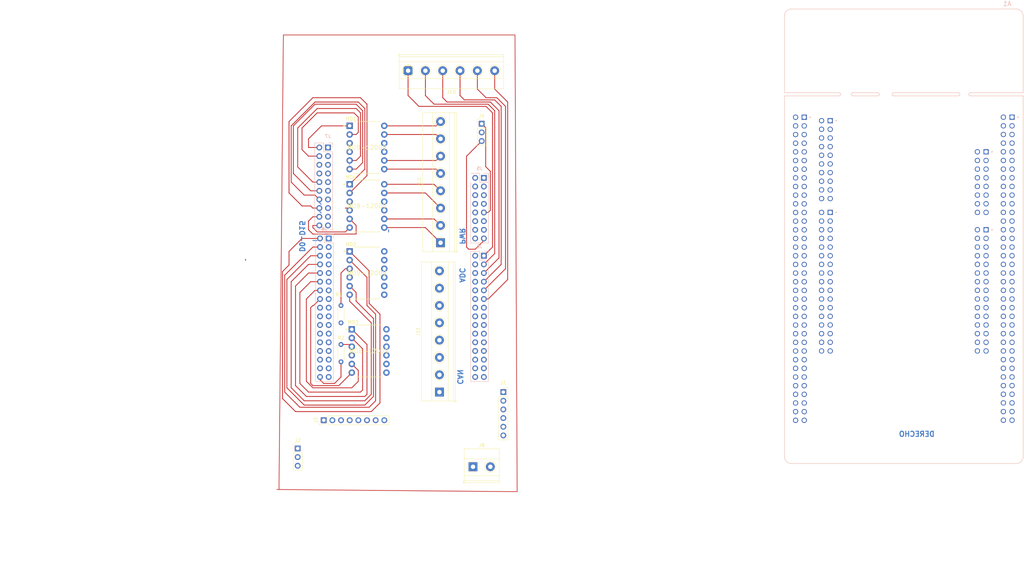
<source format=kicad_pcb>
(kicad_pcb (version 20211014) (generator pcbnew)
  (layers (0 "F.Cu" signal) (31 "B.Cu" signal) (34 "B.Paste" user) (35 "F.Paste" user) (36 "B.SilkS" user "B.Silkscreen") (37 "F.SilkS" user "F.Silkscreen") (38 "B.Mask" user) (39 "F.Mask" user) (44 "Edge.Cuts" user))
  (net 0 "")
  (net 1 "DI_13")
  (net 2 "DI_12")
  (net 3 "DI_15")
  (net 4 "DI_14")
  (net 5 "+3V3")
  (net 6 "GND")
  (net 7 "CAN_RD")
  (net 8 "CAN_TD")
  (net 9 "CAN_High")
  (net 10 "CAN_Low")
  (net 11 "+5V")
  (net 19 "Net-(A1-PadCN11_19)")
  (net 26 "AI_1")
  (net 27 "AI_2")
  (net 28 "AI_3")
  (net 29 "AI_4")
  (net 30 "AI_5")
  (net 31 "AI_6")
  (net 64 "DI_8")
  (net 65 "DI_9")
  (net 66 "DI_10")
  (net 67 "DI_11")
  (net 83 "SDA_2")
  (net 84 "SCL_2")
  (net 86 "Net-(J2-Pad2)")
  (net 87 "Net-(J4-Pad1)")
  (net 88 "Net-(J4-Pad3)")
  (net 91 "DI_0")
  (net 92 "DI_1")
  (net 93 "DI_2")
  (net 94 "DI_3")
  (net 95 "DI_4")
  (net 96 "DI_5")
  (net 97 "DI_6")
  (net 98 "DI_7")
  (net 99 "DI_Ext_8")
  (net 100 "DI_Ext_9")
  (net 101 "DI_Ext_10")
  (net 102 "DI_Ext_11")
  (net 103 "DI_Ext_12")
  (net 104 "DI_Ext_13")
  (net 105 "DI_Ext_14")
  (net 106 "DI_Ext_15")
  (net 107 "DI_Ext_0")
  (net 108 "DI_Ext_1")
  (net 109 "DI_Ext_2")
  (net 110 "DI_Ext_3")
  (net 111 "DI_Ext_4")
  (net 112 "DI_Ext_5")
  (net 113 "DI_Ext_6")
  (net 114 "DI_Ext_7")
  (net 115 "+12V")
  (footprint "TerminalBlock_Phoenix:TerminalBlock_Phoenix_MKDS-1,5-8-5.08_1x08_P5.08mm_Horizontal" (layer "F.Cu") (at 232.08 124.46 90)
    (fp_text reference "J11")
    (fp_text value "Screw_Terminal_01x08_GPIO_HV")
  )
  (footprint "Resistor_THT:R_Axial_DIN0204_L3.6mm_D1.6mm_P5.08mm_Horizontal" (layer "F.Cu") (at 203.2 99.06 -90)
    (fp_text reference "R1")
    (fp_text value "10k")
  )
  (footprint "TerminalBlock_Phoenix:TerminalBlock_Phoenix_MKDS-1,5-8-5.08_1x08_P5.08mm_Horizontal" (layer "F.Cu") (at 232.41 80.645 90)
    (fp_text reference "J12")
    (fp_text value "Screw_Terminal_01x08_GPIO_HV")
  )
  (footprint "Resistor_THT:R_Axial_DIN0204_L3.6mm_D1.6mm_P5.08mm_Horizontal" (layer "F.Cu") (at 203.2 110.49 -90)
    (fp_text reference "R2")
    (fp_text value "10k")
  )
  (footprint "TerminalBlock_Phoenix:TerminalBlock_Phoenix_MKDS-1,5-6-5.08_1x06_P5.08mm_Horizontal" (layer "F.Cu") (at 248.285 30.175 180)
    (fp_text reference "J10")
    (fp_text value "Screw_Terminal_01x06_ADC")
  )
  (footprint "Connector_PinSocket_2.54mm:PinSocket_1x06_P2.54mm_Vertical" (layer "F.Cu") (at 250.825 124.46)
    (fp_text reference "J1")
    (fp_text value "Conn_01x06_trans_can")
  )
  (footprint "eec:SparkFun-BOB-12009-MFG" (layer "F.Cu") (at 211.455 112.395)
    (fp_text reference "MD3")
    (fp_text value "BOB-12009")
  )
  (footprint "TerminalBlock_Phoenix:TerminalBlock_Phoenix_MKDS-1,5-2-5.08_1x02_P5.08mm_Horizontal" (layer "F.Cu") (at 241.93 146.355)
    (fp_text reference "J9")
    (fp_text value "Screw_Terminal_01x02_CAN")
  )
  (footprint "Connector_PinHeader_2.54mm:PinHeader_1x03_P2.54mm_Vertical" (layer "F.Cu") (at 244.475 45.735)
    (fp_text reference "J4")
    (fp_text value "Conn_01x03")
  )
  (footprint "eec:SparkFun-BOB-12009-MFG" (layer "F.Cu") (at 210.82 69.85)
    (fp_text reference "MD4")
    (fp_text value "BOB-12009")
  )
  (footprint "eec:SparkFun-BOB-12009-MFG" (layer "F.Cu") (at 210.82 52.705)
    (fp_text reference "MD1")
    (fp_text value "BOB-12009")
  )
  (footprint "Connector_PinHeader_2.54mm:PinHeader_1x03_P2.54mm_Vertical" (layer "F.Cu") (at 190.5 140.985)
    (fp_text reference "J2")
    (fp_text value "Conn_01x03")
  )
  (footprint "eec:SparkFun-BOB-12009-MFG" (layer "F.Cu") (at 210.82 89.535)
    (fp_text reference "MD2")
    (fp_text value "BOB-12009")
  )
  (footprint "Connector_PinHeader_2.54mm:PinHeader_1x08_P2.54mm_Vertical" (layer "F.Cu") (at 198.135 132.715 90)
    (fp_text reference "J3")
    (fp_text value "Conn_01x08_switchs")
  )
  (footprint "NUCLEO-F746ZG_arduino:MODULE_NUCLEO-F746ZG" (layer "B.Cu") (at 368.3 78.74 180)
    (fp_text reference "A1")
    (fp_text value "NUCLEO-F746ZG")
  )
  (footprint "Connector_PinSocket_2.54mm:PinSocket_2x08_P2.54mm_Vertical" (layer "B.Cu") (at 242.57 61.61 180)
    (fp_text reference "J5")
    (fp_text value "Conn_02x08_NUCLEO-PWR")
  )
  (footprint "Connector_PinSocket_2.54mm:PinSocket_2x10_P2.54mm_Vertical" (layer "B.Cu") (at 198.12 52.451 180)
    (fp_text reference "J7")
    (fp_text value "Conn_02x10_D8-D15")
  )
  (footprint "Connector_PinSocket_2.54mm:PinSocket_2x17_P2.54mm_Vertical" (layer "B.Cu") (at 196.215 79.375 180)
    (fp_text reference "J8")
    (fp_text value "Conn_02x17_I2C_D0-D7")
  )
  (footprint "Connector_PinSocket_2.54mm:PinSocket_2x15_P2.54mm_Vertical" (layer "B.Cu") (at 242.57 84.455 180)
    (fp_text reference "J6")
    (fp_text value "Conn_02x15_CAN_AN1_AN6")
  )
  (gr_poly (pts (xy 254.88099 153.67) (xy 184.39599 153.035) (xy 185.03099 153.035) (xy 185.03099 151.13) (xy 186.30099 19.685) (xy 254.24599 19.685)) (layer "F.Cu") (width 0.2) (fill none))
  (gr_text "D0-D15" (at 191.77 78.74 -90) (layer "B.Cu") (effects (font (size 1.5 1.5) (thickness 0.3)) (justify mirror)))
  (gr_text "DERECHO\n" (at 372.11 136.764) (layer "B.Cu") (effects (font (size 1.5 1.5) (thickness 0.3)) (justify mirror)))
  (gr_text "ADC\n" (at 238.76 90.17 -90) (layer "B.Cu") (effects (font (size 1.5 1.5) (thickness 0.3)) (justify mirror)))
  (gr_text "PWR\n" (at 238.76 78.74 -90) (layer "B.Cu") (effects (font (size 1.5 1.5) (thickness 0.3)) (justify mirror)))
  (gr_text "CAN" (at 238.125 120.015 -90) (layer "B.Cu") (effects (font (size 1.5 1.5) (thickness 0.3)) (justify mirror)))
  (segment (start 175.189511 85.725) (end 175.189511 85.515) (width 0.25) (layer "F.Cu") (net 0))
  (segment (start 175.26 85.725) (end 175.189511 85.725) (width 0.25) (layer "F.Cu") (net 0))
  (segment (start 205.74 57.785) (end 205.74 57.779511) (width 0.25) (layer "F.Cu") (net 0))
  (segment (start 217.17 76.835) (end 217.17 77.459022) (width 0.25) (layer "B.Cu") (net 0))
  (segment (start 217.17 77.459022) (end 217.164511 77.464511) (width 0.25) (layer "B.Cu") (net 0))
  (segment (start 205.74 56.515) (end 207.645 56.515) (width 0.25) (layer "F.Cu") (net 1))
  (segment (start 190.5 46.99) (end 190.5 58.42) (width 0.25) (layer "F.Cu") (net 1))
  (segment (start 208.915 55.245) (end 208.915 42.545) (width 0.25) (layer "F.Cu") (net 1))
  (segment (start 196.215 41.275) (end 190.5 46.99) (width 0.25) (layer "F.Cu") (net 1))
  (segment (start 190.5 58.42) (end 194.945 62.865) (width 0.25) (layer "F.Cu") (net 1))
  (segment (start 207.645 56.515) (end 208.915 55.245) (width 0.25) (layer "F.Cu") (net 1))
  (segment (start 207.645 41.275) (end 196.215 41.275) (width 0.25) (layer "F.Cu") (net 1))
  (segment (start 208.915 42.545) (end 207.645 41.275) (width 0.25) (layer "F.Cu") (net 1))
  (segment (start 194.945 62.865) (end 196.85 62.865) (width 0.25) (layer "F.Cu") (net 1))
  (segment (start 209.55 41.91) (end 207.645 40.005) (width 0.25) (layer "F.Cu") (net 2))
  (segment (start 195.58 40.005) (end 189.23 46.355) (width 0.25) (layer "F.Cu") (net 2))
  (segment (start 207.645 59.055) (end 209.55 57.15) (width 0.25) (layer "F.Cu") (net 2))
  (segment (start 189.23 46.355) (end 189.23 60.325) (width 0.25) (layer "F.Cu") (net 2))
  (segment (start 194.31 65.405) (end 196.85 65.405) (width 0.25) (layer "F.Cu") (net 2))
  (segment (start 207.645 40.005) (end 195.58 40.005) (width 0.25) (layer "F.Cu") (net 2))
  (segment (start 209.55 57.15) (end 209.55 41.91) (width 0.25) (layer "F.Cu") (net 2))
  (segment (start 205.74 59.055) (end 207.645 59.055) (width 0.25) (layer "F.Cu") (net 2))
  (segment (start 189.23 60.325) (end 194.31 65.405) (width 0.25) (layer "F.Cu") (net 2))
  (segment (start 193.675 52.705) (end 196.85 52.705) (width 0.25) (layer "F.Cu") (net 3))
  (segment (start 197.485 46.355) (end 193.675 50.165) (width 0.25) (layer "F.Cu") (net 3))
  (segment (start 193.675 50.165) (end 193.675 52.705) (width 0.25) (layer "F.Cu") (net 3))
  (segment (start 205.74 46.355) (end 197.485 46.355) (width 0.25) (layer "F.Cu") (net 3))
  (segment (start 207.645 48.895) (end 208.28 48.26) (width 0.25) (layer "F.Cu") (net 4))
  (segment (start 191.77 46.99) (end 191.77 53.34) (width 0.25) (layer "F.Cu") (net 4))
  (segment (start 193.675 55.245) (end 196.85 55.245) (width 0.25) (layer "F.Cu") (net 4))
  (segment (start 191.77 53.34) (end 193.675 55.245) (width 0.25) (layer "F.Cu") (net 4))
  (segment (start 205.74 48.895) (end 207.645 48.895) (width 0.25) (layer "F.Cu") (net 4))
  (segment (start 196.215 42.545) (end 191.77 46.99) (width 0.25) (layer "F.Cu") (net 4))
  (segment (start 207.01 42.545) (end 196.215 42.545) (width 0.25) (layer "F.Cu") (net 4))
  (segment (start 208.28 48.26) (end 208.28 43.815) (width 0.25) (layer "F.Cu") (net 4))
  (segment (start 208.28 43.815) (end 207.01 42.545) (width 0.25) (layer "F.Cu") (net 4))
  (segment (start 204.475489 70.479511) (end 205.74 70.479511) (width 0.25) (layer "F.Cu") (net 6))
  (segment (start 203.2 99.06) (end 203.2 89.535) (width 0.25) (layer "F.Cu") (net 11))
  (segment (start 203.2 89.535) (end 204.47 88.265) (width 0.25) (layer "F.Cu") (net 11))
  (segment (start 204.47 88.265) (end 205.74 88.265) (width 0.25) (layer "F.Cu") (net 11))
  (segment (start 203.2 110.49) (end 205.74 110.49) (width 0.25) (layer "F.Cu") (net 11))
  (segment (start 205.74 110.49) (end 206.375 111.125) (width 0.25) (layer "F.Cu") (net 11))
  (segment (start 247.65 81.915) (end 245.11 84.455) (width 0.25) (layer "F.Cu") (net 26))
  (segment (start 245.745 40.64) (end 247.65 42.545) (width 0.25) (layer "F.Cu") (net 26))
  (segment (start 226.06 40.64) (end 245.745 40.64) (width 0.25) (layer "F.Cu") (net 26))
  (segment (start 222.885 37.465) (end 226.06 40.64) (width 0.25) (layer "F.Cu") (net 26))
  (segment (start 247.65 42.545) (end 247.65 81.915) (width 0.25) (layer "F.Cu") (net 26))
  (segment (start 222.885 30.175) (end 222.885 37.465) (width 0.25) (layer "F.Cu") (net 26))
  (segment (start 246.38 40.005) (end 248.285 41.91) (width 0.25) (layer "F.Cu") (net 27))
  (segment (start 248.285 83.82) (end 245.11 86.995) (width 0.25) (layer "F.Cu") (net 27))
  (segment (start 227.965 37.465) (end 230.505 40.005) (width 0.25) (layer "F.Cu") (net 27))
  (segment (start 227.965 30.175) (end 227.965 37.465) (width 0.25) (layer "F.Cu") (net 27))
  (segment (start 248.285 41.91) (end 248.285 83.82) (width 0.25) (layer "F.Cu") (net 27))
  (segment (start 230.505 40.005) (end 246.38 40.005) (width 0.25) (layer "F.Cu") (net 27))
  (segment (start 249.555 85.09) (end 245.11 89.535) (width 0.25) (layer "F.Cu") (net 28))
  (segment (start 247.015 39.37) (end 249.555 41.91) (width 0.25) (layer "F.Cu") (net 28))
  (segment (start 234.315 39.37) (end 247.015 39.37) (width 0.25) (layer "F.Cu") (net 28))
  (segment (start 249.555 41.91) (end 249.555 85.09) (width 0.25) (layer "F.Cu") (net 28))
  (segment (start 233.045 30.175) (end 233.045 38.1) (width 0.25) (layer "F.Cu") (net 28))
  (segment (start 233.045 38.1) (end 234.315 39.37) (width 0.25) (layer "F.Cu") (net 28))
  (segment (start 239.395 38.735) (end 248.285 38.735) (width 0.25) (layer "F.Cu") (net 29))
  (segment (start 238.125 30.175) (end 238.125 37.465) (width 0.25) (layer "F.Cu") (net 29))
  (segment (start 250.19 40.64) (end 250.19 86.995) (width 0.25) (layer "F.Cu") (net 29))
  (segment (start 238.125 37.465) (end 239.395 38.735) (width 0.25) (layer "F.Cu") (net 29))
  (segment (start 250.19 86.995) (end 245.11 92.075) (width 0.25) (layer "F.Cu") (net 29))
  (segment (start 248.285 38.735) (end 250.19 40.64) (width 0.25) (layer "F.Cu") (net 29))
  (segment (start 251.46 40.64) (end 251.46 88.265) (width 0.25) (layer "F.Cu") (net 30))
  (segment (start 248.92 38.1) (end 251.46 40.64) (width 0.25) (layer "F.Cu") (net 30))
  (segment (start 245.745 38.1) (end 248.92 38.1) (width 0.25) (layer "F.Cu") (net 30))
  (segment (start 243.205 30.175) (end 243.205 35.56) (width 0.25) (layer "F.Cu") (net 30))
  (segment (start 243.205 35.56) (end 245.745 38.1) (width 0.25) (layer "F.Cu") (net 30))
  (segment (start 251.46 88.265) (end 245.11 94.615) (width 0.25) (layer "F.Cu") (net 30))
  (segment (start 248.285 35.56) (end 252.095 39.37) (width 0.25) (layer "F.Cu") (net 31))
  (segment (start 248.285 30.175) (end 248.285 35.56) (width 0.25) (layer "F.Cu") (net 31))
  (segment (start 246.38 97.155) (end 245.11 97.155) (width 0.25) (layer "F.Cu") (net 31))
  (segment (start 252.095 91.44) (end 246.38 97.155) (width 0.25) (layer "F.Cu") (net 31))
  (segment (start 252.095 39.37) (end 252.095 91.44) (width 0.25) (layer "F.Cu") (net 31))
  (segment (start 196.215 77.47) (end 194.945 76.2) (width 0.25) (layer "F.Cu") (net 64))
  (segment (start 205.74 76.2) (end 204.47 77.47) (width 0.25) (layer "F.Cu") (net 64))
  (segment (start 204.47 77.47) (end 196.215 77.47) (width 0.25) (layer "F.Cu") (net 64))
  (segment (start 194.945 75.565) (end 196.85 75.565) (width 0.25) (layer "F.Cu") (net 64))
  (segment (start 194.945 76.2) (end 194.945 75.565) (width 0.25) (layer "F.Cu") (net 64))
  (segment (start 193.675 74.295) (end 194.945 73.025) (width 0.25) (layer "F.Cu") (net 65))
  (segment (start 194.945 78.105) (end 193.675 76.835) (width 0.25) (layer "F.Cu") (net 65))
  (segment (start 207.645 75.565) (end 207.645 78.105) (width 0.25) (layer "F.Cu") (net 65))
  (segment (start 193.675 76.835) (end 193.675 74.295) (width 0.25) (layer "F.Cu") (net 65))
  (segment (start 194.945 73.025) (end 196.85 73.025) (width 0.25) (layer "F.Cu") (net 65))
  (segment (start 207.645 78.105) (end 194.945 78.105) (width 0.25) (layer "F.Cu") (net 65))
  (segment (start 205.74 73.66) (end 207.645 75.565) (width 0.25) (layer "F.Cu") (net 65))
  (segment (start 208.915 38.1) (end 194.945 38.1) (width 0.25) (layer "F.Cu") (net 66))
  (segment (start 191.77 69.85) (end 194.31 69.85) (width 0.25) (layer "F.Cu") (net 66))
  (segment (start 187.96 66.04) (end 191.77 69.85) (width 0.25) (layer "F.Cu") (net 66))
  (segment (start 187.96 45.085) (end 187.96 66.04) (width 0.25) (layer "F.Cu") (net 66))
  (segment (start 194.31 69.85) (end 194.945 70.485) (width 0.25) (layer "F.Cu") (net 66))
  (segment (start 205.74 66.04) (end 210.82 60.96) (width 0.25) (layer "F.Cu") (net 66))
  (segment (start 210.82 60.96) (end 210.82 40.005) (width 0.25) (layer "F.Cu") (net 66))
  (segment (start 194.945 70.485) (end 196.85 70.485) (width 0.25) (layer "F.Cu") (net 66))
  (segment (start 194.945 38.1) (end 187.96 45.085) (width 0.25) (layer "F.Cu") (net 66))
  (segment (start 210.82 40.005) (end 208.915 38.1) (width 0.25) (layer "F.Cu") (net 66))
  (segment (start 197.389511 71.913511) (end 196.215 70.739) (width 0.25) (layer "B.Cu") (net 66))
  (segment (start 188.595 46.354282) (end 188.595 62.865) (width 0.25) (layer "F.Cu") (net 67))
  (segment (start 195.579282 39.37) (end 188.595 46.354282) (width 0.25) (layer "F.Cu") (net 67))
  (segment (start 208.28 39.37) (end 195.579282 39.37) (width 0.25) (layer "F.Cu") (net 67))
  (segment (start 210.185 41.275) (end 208.28 39.37) (width 0.25) (layer "F.Cu") (net 67))
  (segment (start 210.185 59.055) (end 210.185 41.275) (width 0.25) (layer "F.Cu") (net 67))
  (segment (start 188.595 62.865) (end 192.405 66.675) (width 0.25) (layer "F.Cu") (net 67))
  (segment (start 205.74 63.5) (end 210.185 59.055) (width 0.25) (layer "F.Cu") (net 67))
  (segment (start 195.58 66.675) (end 196.85 67.945) (width 0.25) (layer "F.Cu") (net 67))
  (segment (start 192.405 66.675) (end 195.58 66.675) (width 0.25) (layer "F.Cu") (net 67))
  (segment (start 197.389511 69.373511) (end 196.215 68.199) (width 0.25) (layer "B.Cu") (net 67))
  (segment (start 203.2 115.57) (end 203.2 120.015) (width 0.25) (layer "F.Cu") (net 83))
  (segment (start 197.055 120.855) (end 197.055 120.015) (width 0.25) (layer "F.Cu") (net 83))
  (segment (start 201.295 121.92) (end 198.12 121.92) (width 0.25) (layer "F.Cu") (net 83))
  (segment (start 203.2 120.015) (end 201.295 121.92) (width 0.25) (layer "F.Cu") (net 83))
  (segment (start 198.12 121.92) (end 197.055 120.855) (width 0.25) (layer "F.Cu") (net 83))
  (segment (start 247.015 59.69) (end 247.015 71.12) (width 0.25) (layer "F.Cu") (net 87))
  (segment (start 245.649511 46.909511) (end 245.649511 58.324511) (width 0.25) (layer "F.Cu") (net 87))
  (segment (start 246.365 71.77) (end 245.11 71.77) (width 0.25) (layer "F.Cu") (net 87))
  (segment (start 245.649511 58.324511) (end 247.015 59.69) (width 0.25) (layer "F.Cu") (net 87))
  (segment (start 247.015 71.12) (end 246.365 71.77) (width 0.25) (layer "F.Cu") (net 87))
  (segment (start 244.475 45.735) (end 245.649511 46.909511) (width 0.25) (layer "F.Cu") (net 87))
  (segment (start 240.665 82.55) (end 242.57 82.55) (width 0.25) (layer "F.Cu") (net 88))
  (segment (start 245.11 80.01) (end 245.11 79.39) (width 0.25) (layer "F.Cu") (net 88))
  (segment (start 242.57 82.55) (end 245.11 80.01) (width 0.25) (layer "F.Cu") (net 88))
  (segment (start 240.03 55.26) (end 240.03 81.915) (width 0.25) (layer "F.Cu") (net 88))
  (segment (start 244.475 50.815) (end 240.03 55.26) (width 0.25) (layer "F.Cu") (net 88))
  (segment (start 240.03 81.915) (end 240.665 82.55) (width 0.25) (layer "F.Cu") (net 88))
  (segment (start 195.15 99.06) (end 197.055 97.155) (width 0.25) (layer "F.Cu") (net 91))
  (segment (start 202.565 122.555) (end 194.945 122.555) (width 0.25) (layer "F.Cu") (net 91))
  (segment (start 194.31 121.92) (end 194.31 99.695) (width 0.25) (layer "F.Cu") (net 91))
  (segment (start 194.945 122.555) (end 194.31 121.92) (width 0.25) (layer "F.Cu") (net 91))
  (segment (start 194.31 99.695) (end 194.945 99.06) (width 0.25) (layer "F.Cu") (net 91))
  (segment (start 206.375 118.745) (end 202.565 122.555) (width 0.25) (layer "F.Cu") (net 91))
  (segment (start 194.945 99.06) (end 195.15 99.06) (width 0.25) (layer "F.Cu") (net 91))
  (segment (start 208.28 118.11) (end 208.28 121.285) (width 0.25) (layer "F.Cu") (net 92))
  (segment (start 193.04 97.155) (end 195.58 94.615) (width 0.25) (layer "F.Cu") (net 92))
  (segment (start 195.58 94.615) (end 197.055 94.615) (width 0.25) (layer "F.Cu") (net 92))
  (segment (start 206.375 123.19) (end 194.944282 123.19) (width 0.25) (layer "F.Cu") (net 92))
  (segment (start 194.944282 123.19) (end 193.04 121.285718) (width 0.25) (layer "F.Cu") (net 92))
  (segment (start 208.28 121.285) (end 206.375 123.19) (width 0.25) (layer "F.Cu") (net 92))
  (segment (start 206.375 116.205) (end 208.28 118.11) (width 0.25) (layer "F.Cu") (net 92))
  (segment (start 193.04 121.285718) (end 193.04 97.155) (width 0.25) (layer "F.Cu") (net 92))
  (segment (start 208.915 124.46) (end 193.675 124.46) (width 0.25) (layer "F.Cu") (net 93))
  (segment (start 191.135 121.92) (end 191.135 95.25) (width 0.25) (layer "F.Cu") (net 93))
  (segment (start 209.55 111.76) (end 209.55 123.825) (width 0.25) (layer "F.Cu") (net 93))
  (segment (start 194.31 92.075) (end 197.055 92.075) (width 0.25) (layer "F.Cu") (net 93))
  (segment (start 191.135 95.25) (end 194.31 92.075) (width 0.25) (layer "F.Cu") (net 93))
  (segment (start 206.375 108.585) (end 209.55 111.76) (width 0.25) (layer "F.Cu") (net 93))
  (segment (start 209.55 123.825) (end 208.915 124.46) (width 0.25) (layer "F.Cu") (net 93))
  (segment (start 193.675 124.46) (end 191.135 121.92) (width 0.25) (layer "F.Cu") (net 93))
  (segment (start 189.865 93.345) (end 193.675 89.535) (width 0.25) (layer "F.Cu") (net 94))
  (segment (start 193.04 125.73) (end 189.865 122.555) (width 0.25) (layer "F.Cu") (net 94))
  (segment (start 210.82 110.49) (end 210.82 125.095) (width 0.25) (layer "F.Cu") (net 94))
  (segment (start 206.375 106.045) (end 210.82 110.49) (width 0.25) (layer "F.Cu") (net 94))
  (segment (start 189.865 122.555) (end 189.865 93.345) (width 0.25) (layer "F.Cu") (net 94))
  (segment (start 193.675 89.535) (end 197.055 89.535) (width 0.25) (layer "F.Cu") (net 94))
  (segment (start 210.185 125.73) (end 193.04 125.73) (width 0.25) (layer "F.Cu") (net 94))
  (segment (start 210.82 125.095) (end 210.185 125.73) (width 0.25) (layer "F.Cu") (net 94))
  (segment (start 212.09 125.095) (end 210.185 127) (width 0.25) (layer "F.Cu") (net 95))
  (segment (start 188.595 123.19) (end 188.595 92.075) (width 0.25) (layer "F.Cu") (net 95))
  (segment (start 188.595 92.075) (end 193.675 86.995) (width 0.25) (layer "F.Cu") (net 95))
  (segment (start 205.74 95.885) (end 205.74 97.79) (width 0.25) (layer "F.Cu") (net 95))
  (segment (start 210.185 127) (end 192.405 127) (width 0.25) (layer "F.Cu") (net 95))
  (segment (start 212.09 104.14) (end 212.09 125.095) (width 0.25) (layer "F.Cu") (net 95))
  (segment (start 205.74 97.79) (end 212.09 104.14) (width 0.25) (layer "F.Cu") (net 95))
  (segment (start 192.405 127) (end 188.595 123.19) (width 0.25) (layer "F.Cu") (net 95))
  (segment (start 193.675 86.995) (end 197.055 86.995) (width 0.25) (layer "F.Cu") (net 95))
  (segment (start 212.725 125.73) (end 210.185 128.27) (width 0.25) (layer "F.Cu") (net 96))
  (segment (start 212.725 102.87) (end 212.725 125.73) (width 0.25) (layer "F.Cu") (net 96))
  (segment (start 207.645 97.79) (end 212.725 102.87) (width 0.25) (layer "F.Cu") (net 96))
  (segment (start 207.645 95.25) (end 207.645 97.79) (width 0.25) (layer "F.Cu") (net 96))
  (segment (start 194.31 84.455) (end 197.055 84.455) (width 0.25) (layer "F.Cu") (net 96))
  (segment (start 187.325 123.19) (end 187.325 91.44) (width 0.25) (layer "F.Cu") (net 96))
  (segment (start 187.325 91.44) (end 194.31 84.455) (width 0.25) (layer "F.Cu") (net 96))
  (segment (start 210.185 128.27) (end 192.405 128.27) (width 0.25) (layer "F.Cu") (net 96))
  (segment (start 192.405 128.27) (end 187.325 123.19) (width 0.25) (layer "F.Cu") (net 96))
  (segment (start 205.74 93.345) (end 207.645 95.25) (width 0.25) (layer "F.Cu") (net 96))
  (segment (start 213.36 101.6) (end 213.36 127) (width 0.25) (layer "F.Cu") (net 97))
  (segment (start 191.135 128.905) (end 186.69 124.46) (width 0.25) (layer "F.Cu") (net 97))
  (segment (start 186.69 124.46) (end 186.69 90.17) (width 0.25) (layer "F.Cu") (net 97))
  (segment (start 210.82 90.805) (end 210.82 99.06) (width 0.25) (layer "F.Cu") (net 97))
  (segment (start 186.69 90.17) (end 194.945 81.915) (width 0.25) (layer "F.Cu") (net 97))
  (segment (start 213.36 127) (end 211.455 128.905) (width 0.25) (layer "F.Cu") (net 97))
  (segment (start 205.74 85.725) (end 210.82 90.805) (width 0.25) (layer "F.Cu") (net 97))
  (segment (start 210.82 99.06) (end 213.36 101.6) (width 0.25) (layer "F.Cu") (net 97))
  (segment (start 194.945 81.915) (end 197.055 81.915) (width 0.25) (layer "F.Cu") (net 97))
  (segment (start 211.455 128.905) (end 191.135 128.905) (width 0.25) (layer "F.Cu") (net 97))
  (segment (start 187.96 87.179815) (end 187.96 83.185) (width 0.25) (layer "F.Cu") (net 98))
  (segment (start 211.455 98.425) (end 214.63 101.6) (width 0.25) (layer "F.Cu") (net 98))
  (segment (start 189.865 130.175) (end 186.055 126.365) (width 0.25) (layer "F.Cu") (net 98))
  (segment (start 214.63 127.635) (end 212.09 130.175) (width 0.25) (layer "F.Cu") (net 98))
  (segment (start 212.09 130.175) (end 189.865 130.175) (width 0.25) (layer "F.Cu") (net 98))
  (segment (start 186.055 89.084815) (end 187.96 87.179815) (width 0.25) (layer "F.Cu") (net 98))
  (segment (start 205.74 83.185) (end 211.455 88.9) (width 0.25) (layer "F.Cu") (net 98))
  (segment (start 191.77 79.375) (end 197.055 79.375) (width 0.25) (layer "F.Cu") (net 98))
  (segment (start 214.63 101.6) (end 214.63 127.635) (width 0.25) (layer "F.Cu") (net 98))
  (segment (start 211.455 88.9) (end 211.455 98.425) (width 0.25) (layer "F.Cu") (net 98))
  (segment (start 186.055 126.365) (end 186.055 89.084815) (width 0.25) (layer "F.Cu") (net 98))
  (segment (start 187.96 83.185) (end 191.77 79.375) (width 0.25) (layer "F.Cu") (net 98))
  (segment (start 194.945 80.01) (end 196.215 80.01) (width 0.25) (layer "B.Cu") (net 98))
  (segment (start 215.9 76.2) (end 227.965 76.2) (width 0.25) (layer "F.Cu") (net 99))
  (segment (start 227.965 76.2) (end 232.41 80.645) (width 0.25) (layer "F.Cu") (net 99))
  (segment (start 215.9 73.66) (end 230.505 73.66) (width 0.25) (layer "F.Cu") (net 100))
  (segment (start 230.505 73.66) (end 232.41 75.565) (width 0.25) (layer "F.Cu") (net 100))
  (segment (start 215.9 66.04) (end 227.965 66.04) (width 0.25) (layer "F.Cu") (net 101))
  (segment (start 227.965 66.04) (end 232.41 70.485) (width 0.25) (layer "F.Cu") (net 101))
  (segment (start 215.9 63.5) (end 230.505 63.5) (width 0.25) (layer "F.Cu") (net 102))
  (segment (start 230.505 63.5) (end 232.41 65.405) (width 0.25) (layer "F.Cu") (net 102))
  (segment (start 215.9 59.055) (end 231.14 59.055) (width 0.25) (layer "F.Cu") (net 103))
  (segment (start 231.14 59.055) (end 232.41 60.325) (width 0.25) (layer "F.Cu") (net 103))
  (segment (start 215.9 56.515) (end 231.14 56.515) (width 0.25) (layer "F.Cu") (net 104))
  (segment (start 231.14 56.515) (end 232.41 55.245) (width 0.25) (layer "F.Cu") (net 104))
  (segment (start 231.14 48.895) (end 232.41 50.165) (width 0.25) (layer "F.Cu") (net 105))
  (segment (start 215.9 48.895) (end 231.14 48.895) (width 0.25) (layer "F.Cu") (net 105))
  (segment (start 231.14 46.355) (end 232.41 45.085) (width 0.25) (layer "F.Cu") (net 106))
  (segment (start 215.9 46.355) (end 231.14 46.355) (width 0.25) (layer "F.Cu") (net 106))
)
</source>
